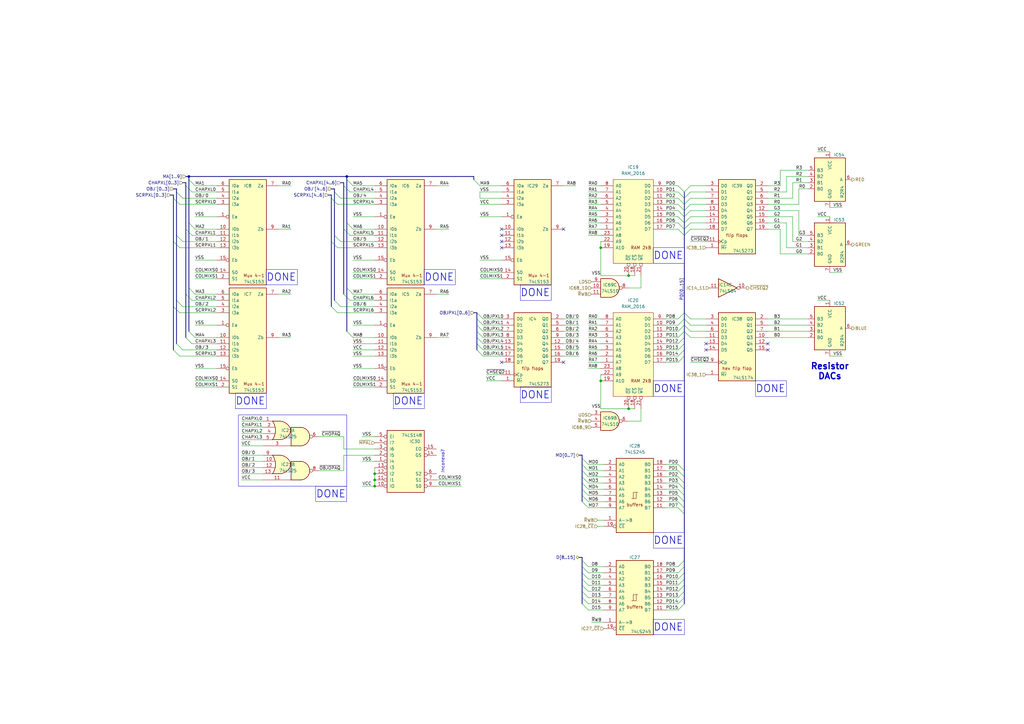
<source format=kicad_sch>
(kicad_sch (version 20231120) (generator "eeschema") (generator_version "8.0")
  (paper "A3")
  (title_block (company "JOTEGO"))
  (junction (at 142.24 72.39))
  (junction (at 257.81 113.03))
  (junction (at 153.67 194.31))
  (junction (at 77.47 72.39))
  (junction (at 257.81 167.64))
  (junction (at 153.67 196.85))
  (junction (at 246.38 101.6))
  (junction (at 153.67 199.39))
  (junction (at 246.38 156.21))
  (no_connect (at 231.14 93.98))
  (no_connect (at 205.74 99.06))
  (no_connect (at 289.56 140.97))
  (no_connect (at 289.56 143.51))
  (no_connect (at 205.74 93.98))
  (no_connect (at 314.96 140.97))
  (no_connect (at 205.74 148.59))
  (no_connect (at 205.74 96.52))
  (no_connect (at 231.14 148.59))
  (no_connect (at 205.74 101.6))
  (no_connect (at 314.96 143.51))
  (bus_entry (at 137.16 78.74) (size 2.54 2.54))
  (bus_entry (at 135.89 99.06) (size 2.54 2.54))
  (bus_entry (at 142.24 91.44) (size 2.54 2.54))
  (bus_entry (at 137.16 96.52) (size 2.54 2.54))
  (bus_entry (at 278.13 198.12) (size 2.54 2.54))
  (bus_entry (at 278.13 208.28) (size 2.54 2.54))
  (bus_entry (at 195.58 130.81) (size 2.54 2.54))
  (bus_entry (at 278.13 86.36) (size 2.54 2.54))
  (bus_entry (at 280.67 135.89) (size 2.54 2.54))
  (bus_entry (at 280.67 234.95) (size -2.54 2.54))
  (bus_entry (at 140.97 76.2) (size 2.54 2.54))
  (bus_entry (at 280.67 130.81) (size -2.54 2.54))
  (bus_entry (at 280.67 133.35) (size 2.54 2.54))
  (bus_entry (at 278.13 200.66) (size 2.54 2.54))
  (bus_entry (at 71.12 143.51) (size 2.54 2.54))
  (bus_entry (at 238.76 237.49) (size 2.54 2.54))
  (bus_entry (at 283.21 86.36) (size -2.54 2.54))
  (bus_entry (at 77.47 135.89) (size 2.54 2.54))
  (bus_entry (at 278.13 91.44) (size 2.54 2.54))
  (bus_entry (at 280.67 130.81) (size 2.54 2.54))
  (bus_entry (at 76.2 76.2) (size 2.54 2.54))
  (bus_entry (at 238.76 242.57) (size 2.54 2.54))
  (bus_entry (at 142.24 118.11) (size 2.54 2.54))
  (bus_entry (at 135.89 125.73) (size 2.54 2.54))
  (bus_entry (at 72.39 123.19) (size 2.54 2.54))
  (bus_entry (at 238.76 229.87) (size 2.54 2.54))
  (bus_entry (at 238.76 187.96) (size 2.54 2.54))
  (bus_entry (at 76.2 120.65) (size 2.54 2.54))
  (bus_entry (at 283.21 88.9) (size -2.54 2.54))
  (bus_entry (at 280.67 128.27) (size -2.54 2.54))
  (bus_entry (at 280.67 143.51) (size -2.54 2.54))
  (bus_entry (at 195.58 135.89) (size 2.54 2.54))
  (bus_entry (at 283.21 81.28) (size -2.54 2.54))
  (bus_entry (at 278.13 76.2) (size 2.54 2.54))
  (bus_entry (at 280.67 237.49) (size -2.54 2.54))
  (bus_entry (at 238.76 195.58) (size 2.54 2.54))
  (bus_entry (at 77.47 118.11) (size 2.54 2.54))
  (bus_entry (at 278.13 88.9) (size 2.54 2.54))
  (bus_entry (at 278.13 81.28) (size 2.54 2.54))
  (bus_entry (at 137.16 123.19) (size 2.54 2.54))
  (bus_entry (at 195.58 133.35) (size 2.54 2.54))
  (bus_entry (at 76.2 138.43) (size 2.54 2.54))
  (bus_entry (at 71.12 81.28) (size 2.54 2.54))
  (bus_entry (at 238.76 205.74) (size 2.54 2.54))
  (bus_entry (at 238.76 240.03) (size 2.54 2.54))
  (bus_entry (at 238.76 234.95) (size 2.54 2.54))
  (bus_entry (at 140.97 120.65) (size 2.54 2.54))
  (bus_entry (at 278.13 250.19) (size 2.54 -2.54))
  (bus_entry (at 195.58 138.43) (size 2.54 2.54))
  (bus_entry (at 283.21 76.2) (size -2.54 2.54))
  (bus_entry (at 195.58 140.97) (size 2.54 2.54))
  (bus_entry (at 238.76 247.65) (size 2.54 2.54))
  (bus_entry (at 278.13 93.98) (size 2.54 2.54))
  (bus_entry (at 280.67 229.87) (size -2.54 2.54))
  (bus_entry (at 280.67 138.43) (size -2.54 2.54))
  (bus_entry (at 278.13 203.2) (size 2.54 2.54))
  (bus_entry (at 238.76 198.12) (size 2.54 2.54))
  (bus_entry (at 135.89 81.28) (size 2.54 2.54))
  (bus_entry (at 238.76 200.66) (size 2.54 2.54))
  (bus_entry (at 283.21 93.98) (size -2.54 2.54))
  (bus_entry (at 77.47 73.66) (size 2.54 2.54))
  (bus_entry (at 280.67 232.41) (size -2.54 2.54))
  (bus_entry (at 238.76 203.2) (size 2.54 2.54))
  (bus_entry (at 280.67 245.11) (size -2.54 2.54))
  (bus_entry (at 280.67 128.27) (size 2.54 2.54))
  (bus_entry (at 71.12 125.73) (size 2.54 2.54))
  (bus_entry (at 278.13 205.74) (size 2.54 2.54))
  (bus_entry (at 278.13 83.82) (size 2.54 2.54))
  (bus_entry (at 280.67 146.05) (size -2.54 2.54))
  (bus_entry (at 278.13 78.74) (size 2.54 2.54))
  (bus_entry (at 238.76 245.11) (size 2.54 2.54))
  (bus_entry (at 71.12 99.06) (size 2.54 2.54))
  (bus_entry (at 238.76 232.41) (size 2.54 2.54))
  (bus_entry (at 283.21 78.74) (size -2.54 2.54))
  (bus_entry (at 283.21 91.44) (size -2.54 2.54))
  (bus_entry (at 280.67 133.35) (size -2.54 2.54))
  (bus_entry (at 238.76 193.04) (size 2.54 2.54))
  (bus_entry (at 280.67 135.89) (size -2.54 2.54))
  (bus_entry (at 72.39 140.97) (size 2.54 2.54))
  (bus_entry (at 72.39 78.74) (size 2.54 2.54))
  (bus_entry (at 283.21 83.82) (size -2.54 2.54))
  (bus_entry (at 278.13 193.04) (size 2.54 2.54))
  (bus_entry (at 76.2 93.98) (size 2.54 2.54))
  (bus_entry (at 280.67 242.57) (size -2.54 2.54))
  (bus_entry (at 278.13 242.57) (size 2.54 -2.54))
  (bus_entry (at 280.67 140.97) (size -2.54 2.54))
  (bus_entry (at 77.47 91.44) (size 2.54 2.54))
  (bus_entry (at 195.58 143.51) (size 2.54 2.54))
  (bus_entry (at 142.24 135.89) (size 2.54 2.54))
  (bus_entry (at 72.39 96.52) (size 2.54 2.54))
  (bus_entry (at 194.31 73.66) (size 2.54 2.54))
  (bus_entry (at 195.58 128.27) (size 2.54 2.54))
  (bus_entry (at 278.13 195.58) (size 2.54 2.54))
  (bus_entry (at 142.24 73.66) (size 2.54 2.54))
  (bus_entry (at 278.13 190.5) (size 2.54 2.54))
  (bus_entry (at 238.76 190.5) (size 2.54 2.54))
  (bus_entry (at 140.97 93.98) (size 2.54 2.54))
  (bus (pts (xy 72.39 123.19) (xy 72.39 140.97)))
  (bus (pts (xy 280.67 205.74) (xy 280.67 208.28)))
  (bus (pts (xy 238.76 237.49) (xy 238.76 234.95)))
  (wire (pts (xy 320.04 104.14) (xy 331.47 104.14)))
  (bus (pts (xy 71.12 99.06) (xy 71.12 81.28)))
  (bus (pts (xy 280.67 130.81) (xy 280.67 133.35)))
  (wire (pts (xy 80.01 138.43) (xy 88.9 138.43)))
  (wire (pts (xy 314.96 83.82) (xy 327.66 83.82)))
  (bus (pts (xy 280.67 78.74) (xy 280.67 81.28)))
  (wire (pts (xy 199.39 156.21) (xy 205.74 156.21)))
  (wire (pts (xy 314.96 133.35) (xy 331.47 133.35)))
  (bus (pts (xy 280.67 245.11) (xy 280.67 247.65)))
  (bus (pts (xy 238.76 195.58) (xy 238.76 193.04)))
  (wire (pts (xy 345.44 85.09) (xy 340.36 85.09)))
  (wire (pts (xy 196.85 88.9) (xy 205.74 88.9)))
  (wire (pts (xy 246.38 113.03) (xy 246.38 101.6)))
  (wire (pts (xy 198.12 143.51) (xy 205.74 143.51)))
  (wire (pts (xy 273.05 205.74) (xy 278.13 205.74)))
  (wire (pts (xy 179.07 76.2) (xy 184.15 76.2)))
  (wire (pts (xy 325.12 88.9) (xy 325.12 99.06)))
  (wire (pts (xy 241.3 198.12) (xy 247.65 198.12)))
  (bus (pts (xy 280.67 138.43) (xy 280.67 140.97)))
  (wire (pts (xy 143.51 78.74) (xy 153.67 78.74)))
  (bus (pts (xy 238.76 242.57) (xy 238.76 240.03)))
  (wire (pts (xy 241.3 140.97) (xy 246.38 140.97)))
  (wire (pts (xy 231.14 146.05) (xy 237.49 146.05)))
  (wire (pts (xy 325.12 74.93) (xy 331.47 74.93)))
  (bus (pts (xy 135.89 77.47) (xy 137.16 77.47)))
  (bus (pts (xy 280.67 133.35) (xy 280.67 135.89)))
  (wire (pts (xy 273.05 130.81) (xy 278.13 130.81)))
  (wire (pts (xy 262.89 172.72) (xy 262.89 167.64)))
  (bus (pts (xy 280.67 93.98) (xy 280.67 96.52)))
  (bus (pts (xy 280.67 143.51) (xy 280.67 146.05)))
  (wire (pts (xy 283.21 93.98) (xy 289.56 93.98)))
  (wire (pts (xy 245.11 213.36) (xy 247.65 213.36)))
  (wire (pts (xy 231.14 138.43) (xy 237.49 138.43)))
  (wire (pts (xy 241.3 93.98) (xy 246.38 93.98)))
  (bus (pts (xy 280.67 234.95) (xy 280.67 237.49)))
  (wire (pts (xy 327.66 77.47) (xy 331.47 77.47)))
  (wire (pts (xy 99.06 177.8) (xy 107.95 177.8)))
  (wire (pts (xy 262.89 118.11) (xy 262.89 113.03)))
  (wire (pts (xy 320.04 76.2) (xy 320.04 69.85)))
  (wire (pts (xy 320.04 69.85) (xy 331.47 69.85)))
  (wire (pts (xy 241.3 240.03) (xy 247.65 240.03)))
  (bus (pts (xy 195.58 140.97) (xy 195.58 143.51)))
  (bus (pts (xy 77.47 91.44) (xy 77.47 73.66)))
  (bus (pts (xy 139.7 74.93) (xy 140.97 74.93)))
  (bus (pts (xy 238.76 190.5) (xy 238.76 187.96)))
  (wire (pts (xy 273.05 247.65) (xy 278.13 247.65)))
  (wire (pts (xy 143.51 123.19) (xy 153.67 123.19)))
  (bus (pts (xy 142.24 118.11) (xy 142.24 91.44)))
  (wire (pts (xy 257.81 167.64) (xy 260.35 167.64)))
  (wire (pts (xy 273.05 78.74) (xy 278.13 78.74)))
  (wire (pts (xy 273.05 86.36) (xy 278.13 86.36)))
  (bus (pts (xy 140.97 74.93) (xy 140.97 76.2)))
  (wire (pts (xy 74.93 99.06) (xy 88.9 99.06)))
  (wire (pts (xy 196.85 78.74) (xy 196.85 81.28)))
  (wire (pts (xy 138.43 101.6) (xy 153.67 101.6)))
  (wire (pts (xy 139.7 81.28) (xy 153.67 81.28)))
  (bus (pts (xy 280.67 210.82) (xy 280.67 229.87)))
  (wire (pts (xy 314.96 138.43) (xy 331.47 138.43)))
  (wire (pts (xy 241.3 96.52) (xy 246.38 96.52)))
  (bus (pts (xy 280.67 195.58) (xy 280.67 198.12)))
  (wire (pts (xy 231.14 140.97) (xy 237.49 140.97)))
  (bus (pts (xy 76.2 120.65) (xy 76.2 138.43)))
  (wire (pts (xy 99.06 182.88) (xy 107.95 182.88)))
  (wire (pts (xy 99.06 189.23) (xy 107.95 189.23)))
  (bus (pts (xy 280.67 81.28) (xy 280.67 83.82)))
  (wire (pts (xy 196.85 81.28) (xy 205.74 81.28)))
  (bus (pts (xy 238.76 232.41) (xy 238.76 229.87)))
  (wire (pts (xy 140.97 186.69) (xy 153.67 186.69)))
  (wire (pts (xy 273.05 193.04) (xy 278.13 193.04)))
  (wire (pts (xy 273.05 133.35) (xy 278.13 133.35)))
  (bus (pts (xy 280.67 203.2) (xy 280.67 205.74)))
  (wire (pts (xy 345.44 146.05) (xy 340.36 146.05)))
  (wire (pts (xy 241.3 148.59) (xy 246.38 148.59)))
  (wire (pts (xy 139.7 99.06) (xy 153.67 99.06)))
  (wire (pts (xy 99.06 172.72) (xy 107.95 172.72)))
  (bus (pts (xy 195.58 133.35) (xy 195.58 135.89)))
  (wire (pts (xy 73.66 101.6) (xy 88.9 101.6)))
  (wire (pts (xy 144.78 93.98) (xy 153.67 93.98)))
  (wire (pts (xy 144.78 143.51) (xy 153.67 143.51)))
  (bus (pts (xy 238.76 228.6) (xy 238.76 229.87)))
  (wire (pts (xy 74.93 143.51) (xy 88.9 143.51)))
  (bus (pts (xy 142.24 91.44) (xy 142.24 73.66)))
  (bus (pts (xy 195.58 135.89) (xy 195.58 138.43)))
  (wire (pts (xy 322.58 91.44) (xy 322.58 101.6)))
  (wire (pts (xy 196.85 83.82) (xy 205.74 83.82)))
  (bus (pts (xy 76.2 72.39) (xy 77.47 72.39)))
  (bus (pts (xy 137.16 78.74) (xy 137.16 96.52)))
  (wire (pts (xy 198.12 140.97) (xy 205.74 140.97)))
  (bus (pts (xy 71.12 77.47) (xy 72.39 77.47)))
  (wire (pts (xy 179.07 93.98) (xy 184.15 93.98)))
  (wire (pts (xy 273.05 76.2) (xy 278.13 76.2)))
  (bus (pts (xy 238.76 198.12) (xy 238.76 195.58)))
  (bus (pts (xy 238.76 193.04) (xy 238.76 190.5)))
  (wire (pts (xy 273.05 203.2) (xy 278.13 203.2)))
  (wire (pts (xy 78.74 78.74) (xy 88.9 78.74)))
  (wire (pts (xy 114.3 138.43) (xy 119.38 138.43)))
  (wire (pts (xy 196.85 106.68) (xy 205.74 106.68)))
  (wire (pts (xy 231.14 133.35) (xy 237.49 133.35)))
  (wire (pts (xy 198.12 130.81) (xy 205.74 130.81)))
  (wire (pts (xy 99.06 196.85) (xy 107.95 196.85)))
  (wire (pts (xy 273.05 190.5) (xy 278.13 190.5)))
  (bus (pts (xy 194.31 128.27) (xy 195.58 128.27)))
  (wire (pts (xy 283.21 99.06) (xy 289.56 99.06)))
  (bus (pts (xy 280.67 208.28) (xy 280.67 210.82)))
  (bus (pts (xy 238.76 186.69) (xy 237.49 186.69)))
  (wire (pts (xy 241.3 146.05) (xy 246.38 146.05)))
  (bus (pts (xy 238.76 186.69) (xy 238.76 187.96)))
  (wire (pts (xy 273.05 143.51) (xy 278.13 143.51)))
  (bus (pts (xy 72.39 96.52) (xy 72.39 123.19)))
  (wire (pts (xy 273.05 81.28) (xy 278.13 81.28)))
  (wire (pts (xy 283.21 88.9) (xy 289.56 88.9)))
  (wire (pts (xy 314.96 86.36) (xy 327.66 86.36)))
  (wire (pts (xy 273.05 88.9) (xy 278.13 88.9)))
  (wire (pts (xy 273.05 240.03) (xy 278.13 240.03)))
  (wire (pts (xy 99.06 175.26) (xy 107.95 175.26)))
  (wire (pts (xy 73.66 128.27) (xy 88.9 128.27)))
  (wire (pts (xy 99.06 191.77) (xy 107.95 191.77)))
  (wire (pts (xy 283.21 83.82) (xy 289.56 83.82)))
  (wire (pts (xy 241.3 205.74) (xy 247.65 205.74)))
  (wire (pts (xy 246.38 153.67) (xy 246.38 156.21)))
  (bus (pts (xy 280.67 88.9) (xy 280.67 91.44)))
  (wire (pts (xy 80.01 88.9) (xy 88.9 88.9)))
  (wire (pts (xy 283.21 78.74) (xy 289.56 78.74)))
  (wire (pts (xy 189.23 196.85) (xy 179.07 196.85)))
  (wire (pts (xy 283.21 81.28) (xy 289.56 81.28)))
  (bus (pts (xy 77.47 72.39) (xy 142.24 72.39)))
  (wire (pts (xy 241.3 242.57) (xy 247.65 242.57)))
  (wire (pts (xy 273.05 250.19) (xy 278.13 250.19)))
  (wire (pts (xy 322.58 72.39) (xy 331.47 72.39)))
  (wire (pts (xy 283.21 138.43) (xy 289.56 138.43)))
  (wire (pts (xy 273.05 148.59) (xy 278.13 148.59)))
  (wire (pts (xy 80.01 111.76) (xy 88.9 111.76)))
  (wire (pts (xy 144.78 140.97) (xy 153.67 140.97)))
  (wire (pts (xy 144.78 114.3) (xy 153.67 114.3)))
  (wire (pts (xy 273.05 198.12) (xy 278.13 198.12)))
  (bus (pts (xy 77.47 73.66) (xy 77.47 72.39)))
  (wire (pts (xy 144.78 156.21) (xy 153.67 156.21)))
  (wire (pts (xy 314.96 135.89) (xy 331.47 135.89)))
  (wire (pts (xy 153.67 179.07) (xy 148.59 179.07)))
  (bus (pts (xy 76.2 74.93) (xy 76.2 76.2)))
  (wire (pts (xy 246.38 156.21) (xy 246.38 167.64)))
  (wire (pts (xy 143.51 96.52) (xy 153.67 96.52)))
  (wire (pts (xy 246.38 101.6) (xy 246.38 99.06)))
  (bus (pts (xy 71.12 143.51) (xy 71.12 125.73)))
  (wire (pts (xy 325.12 99.06) (xy 331.47 99.06)))
  (wire (pts (xy 273.05 83.82) (xy 278.13 83.82)))
  (wire (pts (xy 80.01 93.98) (xy 88.9 93.98)))
  (wire (pts (xy 241.3 138.43) (xy 246.38 138.43)))
  (bus (pts (xy 77.47 118.11) (xy 77.47 91.44)))
  (wire (pts (xy 273.05 140.97) (xy 278.13 140.97)))
  (bus (pts (xy 280.67 96.52) (xy 280.67 128.27)))
  (wire (pts (xy 327.66 96.52) (xy 327.66 86.36)))
  (wire (pts (xy 130.81 179.07) (xy 140.97 179.07)))
  (wire (pts (xy 140.97 186.69) (xy 140.97 193.04)))
  (wire (pts (xy 283.21 91.44) (xy 289.56 91.44)))
  (wire (pts (xy 144.78 158.75) (xy 153.67 158.75)))
  (wire (pts (xy 144.78 133.35) (xy 153.67 133.35)))
  (wire (pts (xy 257.81 172.72) (xy 262.89 172.72)))
  (wire (pts (xy 335.28 88.9) (xy 340.36 88.9)))
  (wire (pts (xy 246.38 167.64) (xy 257.81 167.64)))
  (wire (pts (xy 144.78 120.65) (xy 153.67 120.65)))
  (wire (pts (xy 241.3 151.13) (xy 246.38 151.13)))
  (wire (pts (xy 196.85 114.3) (xy 205.74 114.3)))
  (wire (pts (xy 198.12 135.89) (xy 205.74 135.89)))
  (wire (pts (xy 114.3 120.65) (xy 119.38 120.65)))
  (wire (pts (xy 273.05 237.49) (xy 278.13 237.49)))
  (wire (pts (xy 196.85 76.2) (xy 205.74 76.2)))
  (bus (pts (xy 238.76 247.65) (xy 238.76 245.11)))
  (wire (pts (xy 241.3 247.65) (xy 247.65 247.65)))
  (wire (pts (xy 198.12 138.43) (xy 205.74 138.43)))
  (wire (pts (xy 325.12 81.28) (xy 325.12 74.93)))
  (wire (pts (xy 283.21 148.59) (xy 289.56 148.59)))
  (bus (pts (xy 238.76 234.95) (xy 238.76 232.41)))
  (bus (pts (xy 74.93 74.93) (xy 76.2 74.93)))
  (wire (pts (xy 73.66 146.05) (xy 88.9 146.05)))
  (wire (pts (xy 78.74 140.97) (xy 88.9 140.97)))
  (bus (pts (xy 280.67 128.27) (xy 280.67 130.81)))
  (bus (pts (xy 195.58 130.81) (xy 195.58 133.35)))
  (bus (pts (xy 280.67 135.89) (xy 280.67 138.43)))
  (wire (pts (xy 231.14 76.2) (xy 236.22 76.2)))
  (wire (pts (xy 80.01 114.3) (xy 88.9 114.3)))
  (wire (pts (xy 144.78 106.68) (xy 153.67 106.68)))
  (wire (pts (xy 80.01 120.65) (xy 88.9 120.65)))
  (bus (pts (xy 76.2 76.2) (xy 76.2 93.98)))
  (wire (pts (xy 231.14 135.89) (xy 237.49 135.89)))
  (wire (pts (xy 196.85 78.74) (xy 205.74 78.74)))
  (wire (pts (xy 241.3 234.95) (xy 247.65 234.95)))
  (wire (pts (xy 273.05 208.28) (xy 278.13 208.28)))
  (wire (pts (xy 241.3 193.04) (xy 247.65 193.04)))
  (wire (pts (xy 80.01 151.13) (xy 88.9 151.13)))
  (wire (pts (xy 314.96 78.74) (xy 322.58 78.74)))
  (wire (pts (xy 73.66 83.82) (xy 88.9 83.82)))
  (wire (pts (xy 74.93 81.28) (xy 88.9 81.28)))
  (wire (pts (xy 80.01 133.35) (xy 88.9 133.35)))
  (bus (pts (xy 72.39 78.74) (xy 72.39 96.52)))
  (wire (pts (xy 241.3 135.89) (xy 246.38 135.89)))
  (bus (pts (xy 195.58 128.27) (xy 195.58 130.81)))
  (wire (pts (xy 241.3 203.2) (xy 247.65 203.2)))
  (wire (pts (xy 273.05 232.41) (xy 278.13 232.41)))
  (wire (pts (xy 179.07 138.43) (xy 184.15 138.43)))
  (wire (pts (xy 99.06 180.34) (xy 107.95 180.34)))
  (bus (pts (xy 280.67 193.04) (xy 280.67 195.58)))
  (wire (pts (xy 153.67 194.31) (xy 153.67 196.85)))
  (wire (pts (xy 335.28 62.23) (xy 340.36 62.23)))
  (bus (pts (xy 140.97 93.98) (xy 140.97 120.65)))
  (bus (pts (xy 140.97 76.2) (xy 140.97 93.98)))
  (wire (pts (xy 231.14 143.51) (xy 237.49 143.51)))
  (bus (pts (xy 280.67 240.03) (xy 280.67 242.57)))
  (wire (pts (xy 80.01 156.21) (xy 88.9 156.21)))
  (wire (pts (xy 241.3 130.81) (xy 246.38 130.81)))
  (wire (pts (xy 345.44 111.76) (xy 340.36 111.76)))
  (wire (pts (xy 241.3 88.9) (xy 246.38 88.9)))
  (bus (pts (xy 72.39 77.47) (xy 72.39 78.74)))
  (wire (pts (xy 273.05 200.66) (xy 278.13 200.66)))
  (wire (pts (xy 273.05 234.95) (xy 278.13 234.95)))
  (wire (pts (xy 74.93 125.73) (xy 88.9 125.73)))
  (wire (pts (xy 198.12 146.05) (xy 205.74 146.05)))
  (wire (pts (xy 241.3 78.74) (xy 246.38 78.74)))
  (wire (pts (xy 138.43 83.82) (xy 153.67 83.82)))
  (wire (pts (xy 320.04 93.98) (xy 320.04 104.14)))
  (bus (pts (xy 195.58 138.43) (xy 195.58 140.97)))
  (wire (pts (xy 144.78 138.43) (xy 153.67 138.43)))
  (wire (pts (xy 283.21 135.89) (xy 289.56 135.89)))
  (bus (pts (xy 71.12 81.28) (xy 71.12 80.01)))
  (bus (pts (xy 142.24 72.39) (xy 194.31 72.39)))
  (wire (pts (xy 283.21 130.81) (xy 289.56 130.81)))
  (bus (pts (xy 280.67 146.05) (xy 280.67 193.04)))
  (wire (pts (xy 231.14 130.81) (xy 237.49 130.81)))
  (wire (pts (xy 78.74 123.19) (xy 88.9 123.19)))
  (wire (pts (xy 99.06 186.69) (xy 107.95 186.69)))
  (bus (pts (xy 194.31 73.66) (xy 194.31 72.39)))
  (wire (pts (xy 327.66 83.82) (xy 327.66 77.47)))
  (wire (pts (xy 314.96 88.9) (xy 325.12 88.9)))
  (bus (pts (xy 69.85 80.01) (xy 71.12 80.01)))
  (wire (pts (xy 80.01 158.75) (xy 88.9 158.75)))
  (bus (pts (xy 280.67 83.82) (xy 280.67 86.36)))
  (bus (pts (xy 238.76 200.66) (xy 238.76 198.12)))
  (wire (pts (xy 144.78 151.13) (xy 153.67 151.13)))
  (wire (pts (xy 241.3 245.11) (xy 247.65 245.11)))
  (wire (pts (xy 80.01 76.2) (xy 88.9 76.2)))
  (bus (pts (xy 137.16 96.52) (xy 137.16 123.19)))
  (wire (pts (xy 257.81 118.11) (xy 262.89 118.11)))
  (bus (pts (xy 135.89 125.73) (xy 135.89 99.06)))
  (bus (pts (xy 280.67 229.87) (xy 280.67 232.41)))
  (wire (pts (xy 140.97 184.15) (xy 140.97 179.07)))
  (wire (pts (xy 189.23 199.39) (xy 179.07 199.39)))
  (wire (pts (xy 148.59 199.39) (xy 153.67 199.39)))
  (wire (pts (xy 241.3 76.2) (xy 246.38 76.2)))
  (wire (pts (xy 273.05 245.11) (xy 278.13 245.11)))
  (wire (pts (xy 335.28 123.19) (xy 340.36 123.19)))
  (wire (pts (xy 199.39 153.67) (xy 205.74 153.67)))
  (wire (pts (xy 314.96 130.81) (xy 331.47 130.81)))
  (wire (pts (xy 99.06 194.31) (xy 107.95 194.31)))
  (bus (pts (xy 280.67 140.97) (xy 280.67 143.51)))
  (bus (pts (xy 76.2 93.98) (xy 76.2 120.65)))
  (wire (pts (xy 144.78 111.76) (xy 153.67 111.76)))
  (wire (pts (xy 314.96 91.44) (xy 322.58 91.44)))
  (wire (pts (xy 241.3 208.28) (xy 247.65 208.28)))
  (wire (pts (xy 260.35 113.03) (xy 257.81 113.03)))
  (bus (pts (xy 280.67 232.41) (xy 280.67 234.95)))
  (wire (pts (xy 320.04 93.98) (xy 314.96 93.98)))
  (bus (pts (xy 135.89 99.06) (xy 135.89 81.28)))
  (wire (pts (xy 245.11 215.9) (xy 247.65 215.9)))
  (bus (pts (xy 71.12 125.73) (xy 71.12 99.06)))
  (wire (pts (xy 273.05 93.98) (xy 278.13 93.98)))
  (wire (pts (xy 273.05 91.44) (xy 278.13 91.44)))
  (wire (pts (xy 314.96 81.28) (xy 325.12 81.28)))
  (wire (pts (xy 130.81 193.04) (xy 140.97 193.04)))
  (wire (pts (xy 153.67 191.77) (xy 153.67 194.31)))
  (bus (pts (xy 280.67 91.44) (xy 280.67 93.98)))
  (wire (pts (xy 241.3 200.66) (xy 247.65 200.66)))
  (bus (pts (xy 134.62 80.01) (xy 135.89 80.01)))
  (wire (pts (xy 80.01 106.68) (xy 88.9 106.68)))
  (wire (pts (xy 257.81 113.03) (xy 246.38 113.03)))
  (bus (pts (xy 238.76 245.11) (xy 238.76 242.57)))
  (bus (pts (xy 135.89 81.28) (xy 135.89 80.01)))
  (bus (pts (xy 280.67 242.57) (xy 280.67 245.11)))
  (bus (pts (xy 238.76 205.74) (xy 238.76 203.2)))
  (wire (pts (xy 273.05 146.05) (xy 278.13 146.05)))
  (wire (pts (xy 241.3 143.51) (xy 246.38 143.51)))
  (wire (pts (xy 241.3 237.49) (xy 247.65 237.49)))
  (wire (pts (xy 196.85 111.76) (xy 205.74 111.76)))
  (bus (pts (xy 238.76 203.2) (xy 238.76 200.66)))
  (wire (pts (xy 148.59 189.23) (xy 153.67 189.23)))
  (wire (pts (xy 144.78 76.2) (xy 153.67 76.2)))
  (wire (pts (xy 241.3 81.28) (xy 246.38 81.28)))
  (wire (pts (xy 198.12 133.35) (xy 205.74 133.35)))
  (wire (pts (xy 273.05 242.57) (xy 278.13 242.57)))
  (wire (pts (xy 322.58 101.6) (xy 331.47 101.6)))
  (wire (pts (xy 283.21 76.2) (xy 289.56 76.2)))
  (wire (pts (xy 153.67 196.85) (xy 153.67 199.39)))
  (wire (pts (xy 322.58 78.74) (xy 322.58 72.39)))
  (bus (pts (xy 142.24 135.89) (xy 142.24 118.11)))
  (wire (pts (xy 241.3 250.19) (xy 247.65 250.19)))
  (bus (pts (xy 280.67 86.36) (xy 280.67 88.9)))
  (wire (pts (xy 140.97 184.15) (xy 153.67 184.15)))
  (bus (pts (xy 238.76 240.03) (xy 238.76 237.49)))
  (wire (pts (xy 114.3 76.2) (xy 119.38 76.2)))
  (wire (pts (xy 114.3 93.98) (xy 119.38 93.98)))
  (wire (pts (xy 327.66 96.52) (xy 331.47 96.52)))
  (wire (pts (xy 241.3 232.41) (xy 247.65 232.41)))
  (wire (pts (xy 273.05 135.89) (xy 278.13 135.89)))
  (wire (pts (xy 241.3 83.82) (xy 246.38 83.82)))
  (wire (pts (xy 179.07 120.65) (xy 184.15 120.65)))
  (wire (pts (xy 241.3 195.58) (xy 247.65 195.58)))
  (wire (pts (xy 241.3 91.44) (xy 246.38 91.44)))
  (bus (pts (xy 280.67 198.12) (xy 280.67 200.66)))
  (wire (pts (xy 144.78 146.05) (xy 153.67 146.05)))
  (wire (pts (xy 139.7 125.73) (xy 153.67 125.73)))
  (bus (pts (xy 137.16 77.47) (xy 137.16 78.74)))
  (wire (pts (xy 78.74 96.52) (xy 88.9 96.52)))
  (wire (pts (xy 273.05 138.43) (xy 278.13 138.43)))
  (bus (pts (xy 280.67 237.49) (xy 280.67 240.03)))
  (bus (pts (xy 280.67 200.66) (xy 280.67 203.2)))
  (wire (pts (xy 241.3 133.35) (xy 246.38 133.35)))
  (bus (pts (xy 77.47 135.89) (xy 77.47 118.11)))
  (bus (pts (xy 142.24 73.66) (xy 142.24 72.39)))
  (wire (pts (xy 138.43 128.27) (xy 153.67 128.27)))
  (wire (pts (xy 283.21 133.35) (xy 289.56 133.35)))
  (wire (pts (xy 320.04 76.2) (xy 314.96 76.2)))
  (wire (pts (xy 241.3 86.36) (xy 246.38 86.36)))
  (wire (pts (xy 144.78 88.9) (xy 153.67 88.9)))
  (wire (pts (xy 242.57 255.27) (xy 247.65 255.27)))
  (bus (pts (xy 238.76 228.6) (xy 237.49 228.6)))
  (wire (pts (xy 241.3 190.5) (xy 247.65 190.5)))
  (wire (pts (xy 273.05 195.58) (xy 278.13 195.58)))
  (wire (pts (xy 283.21 86.36) (xy 289.56 86.36)))
  (rectangle (start 109.22 110.49) (end 121.92 116.84) (fill (type color) (color 255 255 255 1)))
  (rectangle (start 173.99 110.49) (end 186.69 116.84) (fill (type color) (color 255 255 255 1)))
  (rectangle (start 161.29 161.29) (end 173.99 167.64) (fill (type color) (color 255 255 255 1)))
  (rectangle (start 129.54 199.39) (end 142.24 205.74) (fill (type color) (color 255 255 255 1)))
  (rectangle (start 267.97 156.21) (end 280.67 162.56) (fill (type color) (color 255 255 255 1)))
  (rectangle (start 213.36 116.84) (end 226.06 123.19) (fill (type color) (color 255 255 255 1)))
  (rectangle (start 309.88 156.21) (end 322.58 162.56) (fill (type color) (color 255 255 255 1)))
  (rectangle (start 267.97 254) (end 280.67 260.35) (fill (type color) (color 255 255 255 1)))
  (rectangle (start 267.97 101.6) (end 280.67 107.95) (fill (type color) (color 255 255 255 1)))
  (rectangle (start 213.36 158.75) (end 226.06 165.1) (fill (type color) (color 255 255 255 1)))
  (rectangle (start 267.97 218.44) (end 280.67 224.79) (fill (type color) (color 255 255 255 1)))
  (rectangle (start 96.52 161.29) (end 109.22 167.64) (fill (type color) (color 255 255 255 1)))
  (rectangle (start 97.79 170.18) (end 142.24 199.39))
  (text "DONE" (at 267.97 259.08 0) (effects (font (size 3 3) (thickness 0.254) (bold yes)) (justify left bottom)))
  (text "DONE" (at 96.52 166.37 0) (effects (font (size 3 3) (thickness 0.254) (bold yes)) (justify left bottom)))
  (text "DONE" (at 267.97 161.29 0) (effects (font (size 3 3) (thickness 0.254) (bold yes)) (justify left bottom)))
  (text "Inconexo?" (at 181.61 189.23 90) (effects (font (size 1.27 1.27))))
  (text "DONE" (at 129.54 204.47 0) (effects (font (size 3 3) (thickness 0.254) (bold yes)) (justify left bottom)))
  (text "DONE" (at 309.88 161.29 0) (effects (font (size 3 3) (thickness 0.254) (bold yes)) (justify left bottom)))
  (text "DONE" (at 161.29 166.37 0) (effects (font (size 3 3) (thickness 0.254) (bold yes)) (justify left bottom)))
  (text "DONE" (at 109.22 115.57 0) (effects (font (size 3 3) (thickness 0.254) (bold yes)) (justify left bottom)))
  (text "DONE" (at 267.97 223.52 0) (effects (font (size 3 3) (thickness 0.254) (bold yes)) (justify left bottom)))
  (text "DONE" (at 213.36 163.83 0) (effects (font (size 3 3) (thickness 0.254) (bold yes)) (justify left bottom)))
  (text "DONE" (at 213.36 121.92 0) (effects (font (size 3 3) (thickness 0.254) (bold yes)) (justify left bottom)))
  (text "DONE" (at 267.97 106.68 0) (effects (font (size 3 3) (thickness 0.254) (bold yes)) (justify left bottom)))
  (text "Resistor\nDACs" (at 340.36 152.4 0) (effects (font (size 2.54 2.54) (thickness 0.508) (bold yes))))
  (text "DONE" (at 173.99 115.57 0) (effects (font (size 3 3) (thickness 0.254) (bold yes)) (justify left bottom)))
  (label "VSS" (at 345.44 111.76 180))
  (label "RA6" (at 241.3 91.44 0))
  (label "R0" (at 327.66 77.47 0))
  (label "PD7" (at 273.05 93.98 0))
  (label "PD1" (at 278.13 193.04 180))
  (label "MA6" (at 144.78 93.98 0))
  (label "PD11" (at 273.05 240.03 0))
  (label "PD9" (at 273.05 133.35 0))
  (label "VSS" (at 144.78 140.97 0))
  (label "RA4" (at 241.3 86.36 0))
  (label "OBJ'6" (at 144.78 125.73 0))
  (label "CHAPXL1" (at 99.06 175.26 0))
  (label "CHAPXL1" (at 80.01 96.52 0))
  (label "SCRPXL0" (at 80.01 83.82 0))
  (label "VSS" (at 148.59 189.23 0))
  (label "VCC" (at 144.78 143.51 0))
  (label "PD5" (at 278.13 203.2 180))
  (label "PD[0..15]" (at 280.67 123.19 90))
  (label "OBJ'2" (at 99.06 191.77 0))
  (label "MD5" (at 241.3 203.2 0))
  (label "~{CHSEQ2}" (at 283.21 99.06 0))
  (label "MA9" (at 196.85 76.2 0))
  (label "COLMIXS1" (at 144.78 114.3 0))
  (label "D13" (at 242.57 245.11 0))
  (label "OBJ'3" (at 237.49 138.43 180))
  (label "VCC" (at 335.28 88.9 0))
  (label "OBJ'1" (at 80.01 99.06 0))
  (label "OBJ'6" (at 237.49 146.05 180))
  (label "PD0" (at 273.05 76.2 0))
  (label "COLMIXS1" (at 189.23 199.39 180))
  (label "COLMIXS1" (at 144.78 158.75 0))
  (label "PD2" (at 278.13 195.58 180))
  (label "VSS" (at 246.38 167.64 180))
  (label "OBJ'1" (at 237.49 133.35 180))
  (label "VCC" (at 148.59 199.39 0))
  (label "COLMIXS0" (at 144.78 156.21 0))
  (label "PD14" (at 273.05 146.05 0))
  (label "~{R}WB" (at 242.57 255.27 0))
  (label "RA3" (at 241.3 138.43 0))
  (label "RA2" (at 119.38 120.65 180))
  (label "PD1" (at 273.05 78.74 0))
  (label "G1" (at 320.04 91.44 180))
  (label "RA5" (at 184.15 93.98 180))
  (label "VSS" (at 80.01 133.35 0))
  (label "OBJ'4" (at 237.49 140.97 180))
  (label "B0" (at 320.04 138.43 180))
  (label "RA2" (at 241.3 135.89 0))
  (label "OBJPXL2" (at 198.12 135.89 0))
  (label "RA6" (at 184.15 120.65 180))
  (label "OBJPXL6" (at 198.12 146.05 0))
  (label "MD6" (at 241.3 205.74 0))
  (label "VCC" (at 99.06 182.88 0))
  (label "VSS" (at 144.78 146.05 0))
  (label "PD7" (at 278.13 208.28 180))
  (label "PD9" (at 273.05 234.95 0))
  (label "RA3" (at 119.38 138.43 180))
  (label "RA8" (at 236.22 76.2 180))
  (label "D8" (at 242.57 232.41 0))
  (label "VSS" (at 345.44 146.05 180))
  (label "OBJ'3" (at 80.01 143.51 0))
  (label "VSS" (at 144.78 88.9 0))
  (label "SCRPXL6" (at 144.78 128.27 0))
  (label "VSS" (at 144.78 106.68 0))
  (label "PD10" (at 273.05 135.89 0))
  (label "MA1" (at 80.01 76.2 0))
  (label "CHAPXL5" (at 144.78 96.52 0))
  (label "PD8" (at 273.05 232.41 0))
  (label "SCRPXL2" (at 80.01 128.27 0))
  (label "OBJ'0" (at 99.06 186.69 0))
  (label "MD7" (at 241.3 208.28 0))
  (label "R3" (at 326.39 69.85 0))
  (label "PD12" (at 273.05 242.57 0))
  (label "RA5" (at 241.3 88.9 0))
  (label "B1" (at 320.04 135.89 180))
  (label "CHAPXL3" (at 80.01 140.97 0))
  (label "D14" (at 242.57 247.65 0))
  (label "D10" (at 242.57 237.49 0))
  (label "PD5" (at 273.05 88.9 0))
  (label "VSS" (at 80.01 106.68 0))
  (label "RA2" (at 241.3 81.28 0))
  (label "PD3" (at 273.05 83.82 0))
  (label "COLMIXS1" (at 80.01 114.3 0))
  (label "PD11" (at 273.05 138.43 0))
  (label "OBJ'5" (at 144.78 99.06 0))
  (label "R1" (at 320.04 81.28 180))
  (label "SCRPXL1" (at 80.01 101.6 0))
  (label "MA4" (at 80.01 138.43 0))
  (label "OBJ'1" (at 99.06 189.23 0))
  (label "MD4" (at 241.3 200.66 0))
  (label "OBJPXL3" (at 198.12 138.43 0))
  (label "CHAPXL6" (at 144.78 123.19 0))
  (label "G2" (at 326.39 99.06 0))
  (label "COLMIXS0" (at 196.85 111.76 0))
  (label "PD15" (at 273.05 148.59 0))
  (label "RA7" (at 241.3 93.98 0))
  (label "VSS" (at 196.85 106.68 0))
  (label "OBJ'4" (at 144.78 81.28 0))
  (label "RA7" (at 184.15 138.43 180))
  (label "RA7" (at 241.3 148.59 0))
  (label "PD14" (at 273.05 247.65 0))
  (label "MA7" (at 144.78 120.65 0))
  (label "RA1" (at 241.3 78.74 0))
  (label "CHAPXL4" (at 144.78 78.74 0))
  (label "CHAPXL0" (at 80.01 78.74 0))
  (label "PD15" (at 273.05 250.19 0))
  (label "G2" (at 320.04 88.9 180))
  (label "RA3" (at 241.3 83.82 0))
  (label "OBJPXL0" (at 198.12 130.81 0))
  (label "COLMIXS0" (at 189.23 196.85 180))
  (label "B3" (at 320.04 130.81 180))
  (label "PD2" (at 273.05 81.28 0))
  (label "VSS" (at 80.01 151.13 0))
  (label "VSS" (at 144.78 151.13 0))
  (label "PD12" (at 273.05 140.97 0))
  (label "OBJ'0" (at 237.49 130.81 180))
  (label "OBJPXL5" (at 198.12 143.51 0))
  (label "VSS" (at 80.01 88.9 0))
  (label "PD6" (at 273.05 91.44 0))
  (label "VSS" (at 148.59 179.07 0))
  (label "R1" (at 326.39 74.93 0))
  (label "R0" (at 320.04 83.82 180))
  (label "PD6" (at 278.13 205.74 180))
  (label "PD4" (at 278.13 200.66 180))
  (label "G3" (at 320.04 86.36 180))
  (label "PD13" (at 273.05 143.51 0))
  (label "CHAPXL0" (at 99.06 172.72 0))
  (label "SCRPXL4" (at 144.78 83.82 0))
  (label "G1" (at 326.39 101.6 0))
  (label "PD4" (at 273.05 86.36 0))
  (label "CHAPXL2" (at 99.06 177.8 0))
  (label "PD13" (at 273.05 245.11 0))
  (label "PD3" (at 278.13 198.12 180))
  (label "VSS" (at 196.85 88.9 0))
  (label "B2" (at 320.04 133.35 180))
  (label "VSS" (at 144.78 133.35 0))
  (label "OBJ'5" (at 237.49 143.51 180))
  (label "RA1" (at 241.3 133.35 0))
  (label "OBJ'2" (at 237.49 135.89 180))
  (label "MA2" (at 80.01 93.98 0))
  (label "CHAPXL2" (at 80.01 123.19 0))
  (label "RA1" (at 119.38 93.98 180))
  (label "OBJ'3" (at 99.06 194.31 0))
  (label "RA0" (at 241.3 130.81 0))
  (label "PD10" (at 273.05 237.49 0))
  (label "OBJPXL4" (at 198.12 140.97 0))
  (label "COLMIXS0" (at 144.78 111.76 0))
  (label "~{CHSEQ2}" (at 283.21 148.59 0))
  (label "MA3" (at 80.01 120.65 0))
  (label "SCRPXL5" (at 144.78 101.6 0))
  (label "MD0" (at 241.3 190.5 0))
  (label "VSS" (at 345.44 85.09 180))
  (label "MD2" (at 241.3 195.58 0))
  (label "COLMIXS0" (at 80.01 111.76 0))
  (label "G0" (at 320.04 93.98 180))
  (label "R2" (at 320.04 78.74 180))
  (label "VCC" (at 196.85 83.82 0))
  (label "OBJPXL1" (at 198.12 133.35 0))
  (label "~{OBJOPAQ}" (at 139.7 193.04 180))
  (label "VCC" (at 335.28 62.23 0))
  (label "VCC" (at 335.28 123.19 0))
  (label "PD8" (at 273.05 130.81 0))
  (label "G3" (at 327.66 96.52 0))
  (label "RA8" (at 241.3 96.52 0))
  (label "MA8" (at 144.78 138.43 0))
  (label "~{CHOPAQ}" (at 139.7 179.07 180))
  (label "RA0" (at 119.38 76.2 180))
  (label "~{CHSEQ2}" (at 199.39 153.67 0))
  (label "VCC" (at 199.39 156.21 0))
  (label "RA5" (at 241.3 143.51 0))
  (label "COLMIXS1" (at 196.85 114.3 0))
  (label "VSS" (at 246.38 113.03 180))
  (label "D15" (at 242.57 250.19 0))
  (label "G0" (at 326.39 104.14 0))
  (label "COLMIXS0" (at 80.01 156.21 0))
  (label "D9" (at 242.57 234.95 0))
  (label "R3" (at 320.04 76.2 180))
  (label "RA4" (at 241.3 140.97 0))
  (label "RA0" (at 241.3 76.2 0))
  (label "PD0" (at 278.13 190.5 180))
  (label "MD1" (at 241.3 193.04 0))
  (label "VSS" (at 196.85 78.74 0))
  (label "COLMIXS1" (at 80.01 158.75 0))
  (label "RA6" (at 241.3 146.05 0))
  (label "CHAPXL3" (at 99.06 180.34 0))
  (label "VCC" (at 99.06 196.85 0))
  (label "D11" (at 242.57 240.03 0))
  (label "SCRPXL3" (at 80.01 146.05 0))
  (label "R2" (at 326.39 72.39 0))
  (label "MA5" (at 144.78 76.2 0))
  (label "MD3" (at 241.3 198.12 0))
  (label "RA4" (at 184.15 76.2 180))
  (label "D12" (at 242.57 242.57 0))
  (label "OBJ'2" (at 80.01 125.73 0))
  (label "RA8" (at 241.3 151.13 0))
  (label "OBJ'0" (at 80.01 81.28 0))
  (hierarchical_label "D[8..15]" (shape bidirectional) (at 237.49 228.6 180))
  (hierarchical_label "IC14_11" (shape input) (at 290.83 118.11 180))
  (hierarchical_label "IC38_1" (shape input) (at 289.56 153.67 180))
  (hierarchical_label "LDS" (shape input) (at 242.57 115.57 180))
  (hierarchical_label "IC28_~{CE}" (shape input) (at 245.11 215.9 180))
  (hierarchical_label "OBJ'[0..3]" (shape input) (at 71.12 77.47 180))
  (hierarchical_label "BLUE" (shape output) (at 349.25 134.62 0))
  (hierarchical_label "IC27_~{CE}" (shape input) (at 247.65 257.81 180))
  (hierarchical_label "GREEN" (shape output) (at 349.25 100.33 0))
  (hierarchical_label "~{R}WB" (shape input) (at 242.57 120.65 180))
  (hierarchical_label "SCRPXL[4..6]" (shape input) (at 134.62 80.01 180))
  (hierarchical_label "~{MPAL}" (shape input) (at 153.67 181.61 180))
  (hierarchical_label "MD[0..7]" (shape bidirectional) (at 237.49 186.69 180))
  (hierarchical_label "IC38_1" (shape input) (at 289.56 101.6 180))
  (hierarchical_label "SCRPXL[0..3]" (shape input) (at 69.85 80.01 180))
  (hierarchical_label "MA[1..9]" (shape input) (at 76.2 72.39 180))
  (hierarchical_label "~{R}WB" (shape input) (at 245.11 213.36 180))
  (hierarchical_label "UDS" (shape input) (at 242.57 170.18 180))
  (hierarchical_label "CHAPXL[0..3]" (shape input) (at 74.93 74.93 180))
  (hierarchical_label "~{R}WB" (shape input) (at 242.57 172.72 180))
  (hierarchical_label "IC68_10" (shape input) (at 242.57 118.11 180))
  (hierarchical_label "IC68_9" (shape input) (at 242.57 175.26 180))
  (hierarchical_label "OBJ'[4..6]" (shape input) (at 135.89 77.47 180))
  (hierarchical_label "RED" (shape output) (at 349.25 73.66 0))
  (hierarchical_label "CHAPXL[4..6]" (shape input) (at 139.7 74.93 180))
  (hierarchical_label "OBJPXL[0..6]" (shape input) (at 194.31 128.27 180))
  (hierarchical_label "~{CHSEQ2}" (shape output) (at 306.07 118.11 0))
  (symbol (lib_id "jt74:74LS153") (at 101.6 138.43 0) (unit 1)
    (property "Reference" "IC7" (at 101.6 120.65 0))
    (property "Value" "74LS153" (at 104.14 160.02 0))
    (property "Datasheet" "http://www.ti.com/lit/gpn/sn74LS153" (effects (hide yes)))
    (property "Description" "Dual Multiplexer 4 to 1" (effects (hide yes)))
  )
  (symbol (lib_id "jt74:74LS148") (at 166.37 189.23 0) (mirror x) (unit 1)
    (property "Reference" "IC30" (at 170.18 180.34 0) (effects (justify bottom)))
    (property "Value" "74LS148" (at 168.91 177.8 0) (effects (justify bottom)))
    (property "Datasheet" "http://www.ti.com/lit/gpn/sn74LS148" (effects (hide yes)))
    (property "Description" "Priority Encoder 3 to 8 cascadable" (effects (hide yes)))
  )
  (symbol (lib_id "arcade:RAM_2016") (at 259.08 90.17 0) (unit 1)
    (property "Reference" "IC19" (at 259.715 68.58 0))
    (property "Value" "RAM_2016" (at 259.715 71.12 0))
  )
  (symbol (lib_id "arcade:RAM_2016") (at 259.08 144.78 0) (unit 1)
    (property "Reference" "IC20" (at 259.715 123.19 0))
    (property "Value" "RAM_2016" (at 259.715 125.73 0))
  )
  (symbol (lib_id "jt74:74LS153") (at 218.44 93.98 0) (unit 1)
    (property "Reference" "IC29" (at 218.44 76.2 0))
    (property "Value" "74LS153" (at 220.98 115.57 0))
    (property "Datasheet" "http://www.ti.com/lit/gpn/sn74LS153" (effects (hide yes)))
    (property "Description" "Dual Multiplexer 4 to 1" (effects (hide yes)))
  )
  (symbol (lib_id "74xx:74LS04") (at 298.45 118.11 0) (unit 5)
    (property "Reference" "IC14" (at 294.64 116.84 0) (effects (justify left)))
    (property "Value" "74LS04" (at 298.45 119.38 0))
    (property "Datasheet" "http://www.ti.com/lit/gpn/sn74LS04" (effects (hide yes)))
    (property "Description" "Hex Inverter" (effects (hide yes)))
  )
  (symbol (lib_id "jt74:74LS273") (at 218.44 143.51 0) (unit 1)
    (property "Reference" "IC4" (at 218.44 130.81 0))
    (property "Value" "74LS273" (at 220.98 157.48 0))
    (property "Datasheet" "http://www.ti.com/lit/gpn/sn74LS273" (effects (hide yes)))
    (property "Description" "8-bit D Flip-Flop, reset" (effects (hide yes)))
  )
  (symbol (lib_id "74xx:74LS10") (at 250.19 172.72 0) (unit 2)
    (property "Reference" "IC69" (at 250.19 171.45 0))
    (property "Value" "74LS10" (at 250.19 173.99 0))
    (property "Datasheet" "http://www.ti.com/lit/gpn/sn74LS10" (effects (hide yes)))
    (property "Description" "Triple 3-input NAND" (effects (hide yes)))
  )
  (symbol (lib_id "jt74:74LS245") (at 260.35 245.11 0) (unit 1)
    (property "Reference" "IC27" (at 260.35 228.6 0))
    (property "Value" "74LS245" (at 262.89 259.08 0))
    (property "Datasheet" "http://www.ti.com/lit/gpn/sn74LS245" (effects (hide yes)))
    (property "Description" "Octal BUS Transceivers, 3-State outputs" (effects (hide yes)))
  )
  (symbol (lib_id "jt74:74LS25") (at 118.11 191.77 0) (unit 2)
    (property "Reference" "IC21" (at 118.11 190.5 0))
    (property "Value" "74LS25" (at 118.11 193.04 0))
    (property "Datasheet" "https://www.ti.com/lit/ds/symlink/sn7425.pdf" (effects (hide yes)))
    (property "Description" "dual 4-input nor gates with strobe" (effects (hide yes)))
  )
  (symbol (lib_id "jt74:74LS245") (at 260.35 203.2 0) (unit 1)
    (property "Reference" "IC28" (at 260.35 182.88 0))
    (property "Value" "74LS245" (at 260.35 185.42 0))
    (property "Datasheet" "http://www.ti.com/lit/gpn/sn74LS245" (effects (hide yes)))
    (property "Description" "Octal BUS Transceivers, 3-State outputs" (effects (hide yes)))
  )
  (symbol (lib_id "arcade:R2R4") (at 340.36 134.62 0) (unit 1)
    (property "Reference" "IC52" (at 344.17 124.46 0))
    (property "Value" "R2R4" (at 345.44 142.24 90) (effects (justify left)))
  )
  (symbol (lib_id "jt74:74LS273") (at 302.26 88.9 0) (unit 1)
    (property "Reference" "IC39" (at 302.26 76.2 0))
    (property "Value" "74LS273" (at 304.8 102.87 0))
    (property "Datasheet" "http://www.ti.com/lit/gpn/sn74LS273" (effects (hide yes)))
    (property "Description" "8-bit D Flip-Flop, reset" (effects (hide yes)))
  )
  (symbol (lib_id "jt74:74LS153") (at 101.6 93.98 0) (unit 1)
    (property "Reference" "IC8" (at 101.6 76.2 0))
    (property "Value" "74LS153" (at 104.14 115.57 0))
    (property "Datasheet" "http://www.ti.com/lit/gpn/sn74LS153" (effects (hide yes)))
    (property "Description" "Dual Multiplexer 4 to 1" (effects (hide yes)))
  )
  (symbol (lib_id "arcade:R2R4") (at 340.36 100.33 0) (unit 1)
    (property "Reference" "IC53" (at 344.17 90.17 0))
    (property "Value" "R2R4" (at 345.44 107.95 90) (effects (justify left)))
  )
  (symbol (lib_id "jt74:74LS25") (at 118.11 177.8 0) (unit 1)
    (property "Reference" "IC21" (at 118.11 176.53 0))
    (property "Value" "74LS25" (at 118.11 179.07 0))
    (property "Datasheet" "https://www.ti.com/lit/ds/symlink/sn7425.pdf" (effects (hide yes)))
    (property "Description" "dual 4-input nor gates with strobe" (effects (hide yes)))
  )
  (symbol (lib_id "74xx:74LS10") (at 250.19 118.11 0) (unit 3)
    (property "Reference" "IC69" (at 250.19 116.84 0))
    (property "Value" "74LS10" (at 250.19 119.38 0))
    (property "Datasheet" "http://www.ti.com/lit/gpn/sn74LS10" (effects (hide yes)))
    (property "Description" "Triple 3-input NAND" (effects (hide yes)))
  )
  (symbol (lib_id "jt74:74LS174") (at 302.26 140.97 0) (unit 1)
    (property "Reference" "IC38" (at 302.26 130.81 0))
    (property "Value" "74LS174" (at 304.8 154.94 0))
    (property "Datasheet" "http://www.ti.com/lit/gpn/sn74LS174" (effects (hide yes)))
    (property "Description" "Hex D-type Flip-Flop, reset" (effects (hide yes)))
  )
  (symbol (lib_id "arcade:R2R4") (at 340.36 73.66 0) (unit 1)
    (property "Reference" "IC54" (at 344.17 63.5 0))
    (property "Value" "R2R4" (at 345.44 81.28 90) (effects (justify left)))
  )
  (symbol (lib_id "jt74:74LS153") (at 166.37 138.43 0) (unit 1)
    (property "Reference" "IC5" (at 166.37 120.65 0))
    (property "Value" "74LS153" (at 168.91 160.02 0))
    (property "Datasheet" "http://www.ti.com/lit/gpn/sn74LS153" (effects (hide yes)))
    (property "Description" "Dual Multiplexer 4 to 1" (effects (hide yes)))
  )
  (symbol (lib_id "jt74:74LS153") (at 166.37 93.98 0) (unit 1)
    (property "Reference" "IC6" (at 166.37 76.2 0))
    (property "Value" "74LS153" (at 168.91 115.57 0))
    (property "Datasheet" "http://www.ti.com/lit/gpn/sn74LS153" (effects (hide yes)))
    (property "Description" "Dual Multiplexer 4 to 1" (effects (hide yes)))
  )
)
</source>
